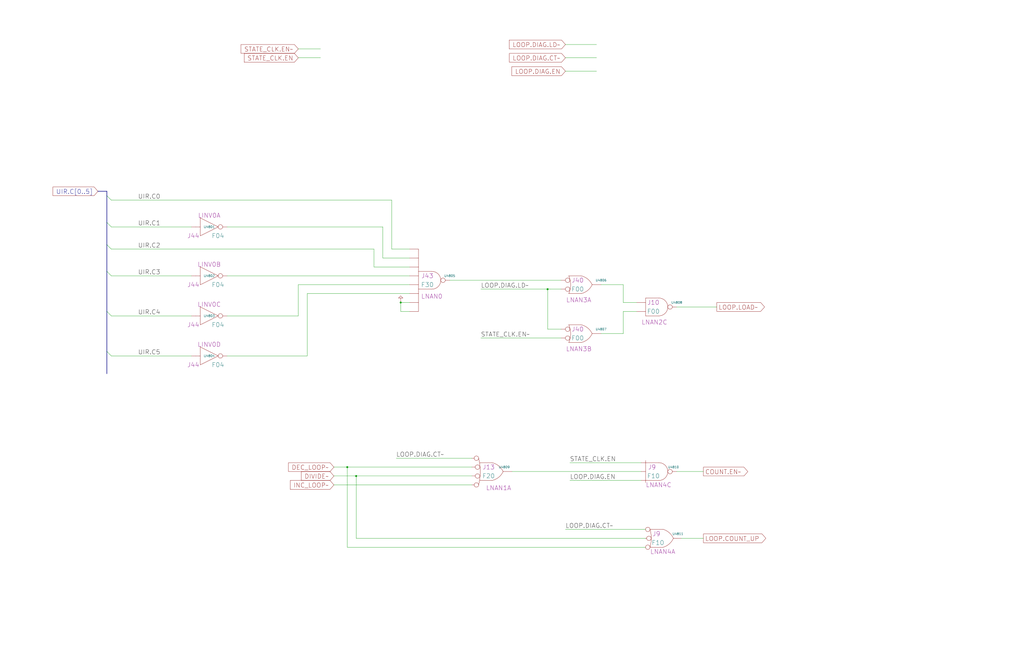
<source format=kicad_sch>
(kicad_sch (version 20250114) (generator "eeschema") (generator_version "9.0")
  (paper "User" 584.2 378.46)
  (title_block (title "ZERO DETECT & LOOP COUNTER\\nCONTROL") (date "22-MAR-90") (rev "1.0") (comment 1 "VALUE") (comment 2 "232-003063") (comment 3 "S400") (comment 4 "RELEASED"))
  (lib_symbols
    (symbol "r1000:F00" (pin_numbers (hide yes)) (pin_names (hide yes))
      (property "Reference" "U" (at 15.24 0 0))
      (property "Value" "F00" (at 1.905 -5.08 0))
      (property "Location" "___" (at 1.905 0 0))
      (property "Name" "______" (at 2.54 -12.7 0))
      (symbol "F00_0_1"
        (polyline (pts (xy -2.54 2.54) (xy -2.54 -7.62)) (stroke (width 0.1524)))
        (polyline (pts (xy -2.54 2.54) (xy 5.08 2.54)) (stroke (width 0.1524)))
        (polyline (pts (xy -2.54 -7.62) (xy 5.08 -7.62)) (stroke (width 0.1524)))
        (arc (start 5.08 2.54) (mid 10.1281 -2.54) (end 5.08 -7.62) (stroke (width 0.1524)))
        (circle (center 11.43 -2.54) (radius 1.27) (stroke (width 0.1524)))
      )
      (symbol "F00_0_2"
        (arc (start -3.175 2.54) (mid -2.134 -2.54) (end -3.175 -7.62) (stroke (width 0.1524)))
        (circle (center -3.81 0) (radius 1.27) (stroke (width 0.1524)))
        (circle (center -3.81 -5.08) (radius 1.27) (stroke (width 0.1524)))
        (polyline (pts (xy -3.175 2.54) (xy 3.81 2.54)) (stroke (width 0.1524)))
        (polyline (pts (xy -3.175 -7.62) (xy 3.81 -7.62)) (stroke (width 0.1524)))
        (arc (start 3.81 2.54) (mid 7.5828 0.7472) (end 10.16 -2.54) (stroke (width 0.1524)))
        (arc (start 10.16 -2.54) (mid 7.5855 -5.8306) (end 3.81 -7.62) (stroke (width 0.1524)))
      )
      (symbol "F00_1_1"
        (pin input line (at -7.62 0 0) (length 5.08) (name "D0") (number "1"))
        (pin input line (at -7.62 -5.08 0) (length 5.08) (name "D1") (number "2"))
        (pin output line (at 15.24 -2.54 180) (length 2.54) (name "Q") (number "3"))
      )
      (symbol "F00_1_2"
        (pin input line (at -7.62 0 0) (length 2.54) (name "D0") (number "1"))
        (pin input line (at -7.62 -5.08 0) (length 2.54) (name "D1") (number "2"))
        (pin output line (at 15.24 -2.54 180) (length 5.08) (name "Q") (number "3"))
      )
    )
    (symbol "r1000:F04" (pin_numbers (hide yes)) (pin_names (hide yes))
      (property "Reference" "U" (at 0 0 0))
      (property "Value" "F04" (at 1.27 -5.08 0))
      (property "Location" "___" (at -12.7 -5.08 0))
      (property "Name" "______" (at 0 5.08 0))
      (symbol "F04_0_1"
        (polyline (pts (xy -7.62 0) (xy -5.08 0)) (stroke (width 0.1524)))
        (polyline (pts (xy -5.08 5.08) (xy -5.08 -5.08)) (stroke (width 0.1524)))
        (polyline (pts (xy 5.08 0) (xy -5.08 5.08)) (stroke (width 0.1524)))
        (polyline (pts (xy 5.08 0) (xy -5.08 -5.08)) (stroke (width 0.1524)))
        (circle (center 6.35 0) (radius 1.27) (stroke (width 0.1524)))
      )
      (symbol "F04_1_1"
        (pin input line (at -10.16 0 0) (length 2.54) (name "D0") (number "1"))
        (pin output line (at 10.16 0 180) (length 2.54) (name "Q") (number "2"))
      )
    )
    (symbol "r1000:F10" (pin_numbers (hide yes)) (pin_names (hide yes))
      (property "Reference" "U" (at 13.335 0 0))
      (property "Value" "F10" (at 5.715 -5.08 0))
      (property "Location" "___" (at -1.27 0 0))
      (property "Name" "______" (at -2.54 -10.16 0))
      (symbol "F10_0_1"
        (polyline (pts (xy -2.54 3.81) (xy -2.54 -8.89)) (stroke (width 0.1524)))
        (polyline (pts (xy -2.54 2.54) (xy 5.08 2.54)) (stroke (width 0.1524)))
        (polyline (pts (xy -2.54 -7.62) (xy 5.08 -7.62)) (stroke (width 0.1524)))
        (arc (start 5.08 2.54) (mid 10.1281 -2.54) (end 5.08 -7.62) (stroke (width 0.1524)))
        (circle (center 11.43 -2.54) (radius 1.27) (stroke (width 0.1524)))
      )
      (symbol "F10_0_2"
        (arc (start -2.54 2.54) (mid -1.8195 -2.54) (end -2.54 -7.62) (stroke (width 0.1524)))
        (polyline (pts (xy -4.445 -2.54) (xy -5.08 -2.54)) (stroke (width 0.1524)))
        (circle (center -3.81 2.54) (radius 1.27) (stroke (width 0.1524)))
        (circle (center -3.81 -7.62) (radius 1.27) (stroke (width 0.1524)))
        (circle (center -3.175 -2.54) (radius 1.27) (stroke (width 0.1524)))
        (polyline (pts (xy -2.54 2.54) (xy 5.08 2.54)) (stroke (width 0.1524)))
        (polyline (pts (xy -2.54 -7.62) (xy 5.08 -7.62)) (stroke (width 0.1524)))
        (arc (start 5.08 2.54) (mid 8.4807 0.6111) (end 10.795 -2.54) (stroke (width 0.1524)))
        (arc (start 10.795 -2.54) (mid 8.4844 -5.6952) (end 5.08 -7.62) (stroke (width 0.1524)))
        (polyline (pts (xy 10.795 -2.54) (xy 12.7 -2.54)) (stroke (width 0.1524)))
      )
      (symbol "F10_1_1"
        (pin input line (at -5.08 2.54 0) (length 2.54) (name "D0") (number "1"))
        (pin input line (at -5.08 -2.54 0) (length 2.54) (name "D1") (number "2"))
        (pin input line (at -5.08 -7.62 0) (length 2.54) (name "D2") (number "3"))
        (pin output line (at 15.24 -2.54 180) (length 2.54) (name "Q") (number "4"))
      )
      (symbol "F10_1_2"
        (pin input line (at -5.08 2.54 0) (length 0) (name "D0") (number "1"))
        (pin input line (at -5.08 -2.54 0) (length 0) (name "D1") (number "2"))
        (pin input line (at -5.08 -7.62 0) (length 0) (name "D2") (number "3"))
        (pin output line (at 15.24 -2.54 180) (length 2.54) (name "Q") (number "4"))
      )
    )
    (symbol "r1000:F20" (pin_numbers (hide yes)) (pin_names (hide yes))
      (property "Reference" "U" (at 8.255 2.54 0))
      (property "Value" "F20" (at -0.635 -2.54 0))
      (property "Location" "___" (at -0.635 2.54 0))
      (property "Name" "______" (at 5.08 -10.795 0))
      (symbol "F20_0_1"
        (polyline (pts (xy -5.08 7.62) (xy -5.08 5.08)) (stroke (width 0.1524)))
        (polyline (pts (xy -5.08 5.08) (xy -5.08 -5.08)) (stroke (width 0.1524)))
        (polyline (pts (xy -5.08 -5.08) (xy -5.08 -7.62)) (stroke (width 0.1524)))
        (arc (start 2.54 5.08) (mid 7.5882 0) (end 2.54 -5.08) (stroke (width 0.1524)))
        (polyline (pts (xy 2.54 5.08) (xy -5.08 5.08)) (stroke (width 0.1524)))
        (polyline (pts (xy 2.54 -5.08) (xy -5.08 -5.08)) (stroke (width 0.1524)))
        (circle (center 8.89 0) (radius 1.27) (stroke (width 0.1524)))
      )
      (symbol "F20_0_2"
        (arc (start -6.35 7.62) (mid -5.3975 0) (end -6.35 -7.62) (stroke (width 0.1524)))
        (circle (center -7.62 7.62) (radius 1.27) (stroke (width 0.1524)))
        (circle (center -7.62 -7.62) (radius 1.27) (stroke (width 0.1524)))
        (circle (center -6.985 2.54) (radius 1.27) (stroke (width 0.1524)))
        (circle (center -6.985 -2.54) (radius 1.27) (stroke (width 0.1524)))
        (polyline (pts (xy -5.715 5.08) (xy 1.27 5.08)) (stroke (width 0.1524)))
        (polyline (pts (xy -5.715 -5.08) (xy 1.27 -5.08)) (stroke (width 0.1524)))
        (arc (start 7.62 0) (mid 5.0518 -3.2985) (end 1.27 -5.08) (stroke (width 0.1524)))
        (arc (start 1.27 5.08) (mid 5.0518 3.2985) (end 7.62 0) (stroke (width 0.1524)))
      )
      (symbol "F20_1_1"
        (pin input line (at -10.16 7.62 0) (length 5.08) (name "D0") (number "1"))
        (pin input line (at -10.16 2.54 0) (length 5.08) (name "D1") (number "2"))
        (pin input line (at -10.16 -2.54 0) (length 5.08) (name "D2") (number "4"))
        (pin input line (at -10.16 -7.62 0) (length 5.08) (name "D3") (number "5"))
        (pin output line (at 12.7 0 180) (length 2.54) (name "Q") (number "6"))
      )
      (symbol "F20_1_2"
        (pin input line (at -10.16 7.62 0) (length 1.27) (name "D0") (number "1"))
        (pin input line (at -10.16 2.54 0) (length 1.905) (name "D1") (number "2"))
        (pin input line (at -10.16 -2.54 0) (length 1.905) (name "D2") (number "4"))
        (pin input line (at -10.16 -7.62 0) (length 1.27) (name "D3") (number "5"))
        (pin output line (at 12.7 0 180) (length 5.08) (name "Q") (number "6"))
      )
    )
    (symbol "r1000:F30" (pin_numbers (hide yes)) (pin_names (hide yes))
      (property "Reference" "U" (at 15.24 2.54 0))
      (property "Value" "F30" (at 2.54 -2.54 0))
      (property "Location" "___" (at 2.54 2.54 0))
      (property "Name" "______" (at 5.08 -10.62 0))
      (symbol "F30_0_0"
        (polyline (pts (xy -2.54 5.08) (xy 5.08 5.08)) (stroke (width 0.1524)))
        (polyline (pts (xy -2.54 -5.08) (xy 5.08 -5.08)) (stroke (width 0.1524)))
        (arc (start 5.08 5.08) (mid 8.6721 3.5921) (end 10.16 0) (stroke (width 0.1524)))
        (arc (start 10.16 0) (mid 8.6721 -3.5921) (end 5.08 -5.08) (stroke (width 0.1524)))
        (circle (center 11.43 0) (radius 1.27) (stroke (width 0.1524)))
      )
      (symbol "F30_0_1"
        (polyline (pts (xy -2.54 17.78) (xy -2.54 17.145)) (stroke (width 0.1524)))
        (polyline (pts (xy -2.54 17.145) (xy -2.54 7.62)) (stroke (width 0.1524)))
        (polyline (pts (xy -2.54 7.62) (xy -2.54 5.08)) (stroke (width 0.1524)))
        (polyline (pts (xy -2.54 5.08) (xy -2.54 -5.08)) (stroke (width 0.1524)))
        (polyline (pts (xy -2.54 -5.08) (xy -2.54 -7.62)) (stroke (width 0.1524)))
        (polyline (pts (xy -2.54 -7.62) (xy -2.54 -17.78)) (stroke (width 0.1524)))
      )
      (symbol "F30_1_1"
        (pin input line (at -7.62 17.78 0) (length 5.08) (name "D0") (number "11"))
        (pin input line (at -7.62 12.7 0) (length 5.08) (name "D1") (number "12"))
        (pin input line (at -7.62 7.62 0) (length 5.08) (name "D2") (number "1"))
        (pin input line (at -7.62 2.54 0) (length 5.08) (name "D3") (number "2"))
        (pin input line (at -7.62 -2.54 0) (length 5.08) (name "D4") (number "3"))
        (pin input line (at -7.62 -7.62 0) (length 5.08) (name "D5") (number "4"))
        (pin input line (at -7.62 -12.7 0) (length 5.08) (name "D6") (number "5"))
        (pin input line (at -7.62 -17.78 0) (length 5.08) (name "D7") (number "6"))
        (pin output line (at 15.24 0 180) (length 2.54) (name "Q") (number "8"))
      )
    )
    (symbol "r1000:PU" (power) (pin_numbers (hide yes)) (pin_names (hide yes))
      (symbol "PU_0_1"
        (polyline (pts (xy 0 2.54) (xy -1.27 2.54) (xy 0 3.81) (xy 1.27 2.54) (xy 0 2.54)) (stroke (width 0.1524)))
      )
      (symbol "PU_1_1"
        (pin power_in line (at 0 0 90) (length 2.54) (name "PU") (number "1"))
      )
    )
  )
  (junction (at 312.42 165.1))
  (junction (at 228.6 172.72))
  (junction (at 198.12 266.7))
  (junction (at 203.2 271.78))
  (bus_entry (at 60.96 177.8) (size 2.54 2.54))
  (bus_entry (at 60.96 139.7) (size 2.54 2.54))
  (bus_entry (at 60.96 154.94) (size 2.54 2.54))
  (bus_entry (at 60.96 111.76) (size 2.54 2.54))
  (bus_entry (at 60.96 200.66) (size 2.54 2.54))
  (bus_entry (at 60.96 127) (size 2.54 2.54))
  (wire (pts (xy 170.18 27.94) (xy 182.88 27.94)))
  (wire (pts (xy 312.42 187.96) (xy 312.42 165.1)))
  (bus (pts (xy 60.96 154.94) (xy 60.96 177.8)))
  (wire (pts (xy 175.26 203.2) (xy 129.54 203.2)))
  (wire (pts (xy 190.5 271.78) (xy 203.2 271.78)))
  (wire (pts (xy 63.5 129.54) (xy 109.22 129.54)))
  (wire (pts (xy 190.5 276.86) (xy 269.24 276.86)))
  (wire (pts (xy 63.5 114.3) (xy 223.52 114.3)))
  (wire (pts (xy 170.18 180.34) (xy 170.18 162.56)))
  (wire (pts (xy 223.52 114.3) (xy 223.52 142.24)))
  (wire (pts (xy 228.6 172.72) (xy 233.68 172.72)))
  (wire (pts (xy 388.62 307.34) (xy 401.32 307.34)))
  (wire (pts (xy 386.08 269.24) (xy 401.32 269.24)))
  (wire (pts (xy 175.26 167.64) (xy 175.26 203.2)))
  (wire (pts (xy 355.6 162.56) (xy 355.6 172.72)))
  (wire (pts (xy 218.44 129.54) (xy 129.54 129.54)))
  (wire (pts (xy 320.04 187.96) (xy 312.42 187.96)))
  (bus (pts (xy 60.96 200.66) (xy 60.96 213.36)))
  (bus (pts (xy 60.96 127) (xy 60.96 139.7)))
  (wire (pts (xy 198.12 266.7) (xy 269.24 266.7)))
  (wire (pts (xy 355.6 190.5) (xy 342.9 190.5)))
  (bus (pts (xy 60.96 139.7) (xy 60.96 154.94)))
  (bus (pts (xy 60.96 109.22) (xy 60.96 111.76)))
  (wire (pts (xy 292.1 269.24) (xy 365.76 269.24)))
  (wire (pts (xy 129.54 180.34) (xy 170.18 180.34)))
  (wire (pts (xy 312.42 165.1) (xy 320.04 165.1)))
  (wire (pts (xy 368.3 307.34) (xy 203.2 307.34)))
  (wire (pts (xy 63.5 180.34) (xy 109.22 180.34)))
  (wire (pts (xy 63.5 157.48) (xy 109.22 157.48)))
  (wire (pts (xy 233.68 167.64) (xy 175.26 167.64)))
  (wire (pts (xy 322.58 302.26) (xy 368.3 302.26)))
  (wire (pts (xy 363.22 177.8) (xy 355.6 177.8)))
  (wire (pts (xy 274.32 193.04) (xy 320.04 193.04)))
  (wire (pts (xy 170.18 33.02) (xy 182.88 33.02)))
  (bus (pts (xy 60.96 111.76) (xy 60.96 127)))
  (wire (pts (xy 170.18 162.56) (xy 233.68 162.56)))
  (bus (pts (xy 55.88 109.22) (xy 60.96 109.22)))
  (wire (pts (xy 325.12 264.16) (xy 365.76 264.16)))
  (wire (pts (xy 386.08 175.26) (xy 408.94 175.26)))
  (wire (pts (xy 322.58 33.02) (xy 340.36 33.02)))
  (wire (pts (xy 355.6 172.72) (xy 363.22 172.72)))
  (bus (pts (xy 60.96 177.8) (xy 60.96 200.66)))
  (wire (pts (xy 203.2 271.78) (xy 269.24 271.78)))
  (wire (pts (xy 342.9 162.56) (xy 355.6 162.56)))
  (wire (pts (xy 218.44 147.32) (xy 218.44 129.54)))
  (wire (pts (xy 213.36 142.24) (xy 213.36 152.4)))
  (wire (pts (xy 226.06 261.62) (xy 269.24 261.62)))
  (wire (pts (xy 190.5 266.7) (xy 198.12 266.7)))
  (wire (pts (xy 129.54 157.48) (xy 233.68 157.48)))
  (wire (pts (xy 233.68 147.32) (xy 218.44 147.32)))
  (wire (pts (xy 203.2 307.34) (xy 203.2 271.78)))
  (wire (pts (xy 322.58 25.4) (xy 340.36 25.4)))
  (wire (pts (xy 198.12 312.42) (xy 198.12 266.7)))
  (wire (pts (xy 228.6 172.72) (xy 228.6 177.8)))
  (wire (pts (xy 355.6 177.8) (xy 355.6 190.5)))
  (wire (pts (xy 368.3 312.42) (xy 198.12 312.42)))
  (wire (pts (xy 322.58 40.64) (xy 340.36 40.64)))
  (wire (pts (xy 63.5 142.24) (xy 213.36 142.24)))
  (wire (pts (xy 233.68 177.8) (xy 228.6 177.8)))
  (wire (pts (xy 223.52 142.24) (xy 233.68 142.24)))
  (wire (pts (xy 274.32 165.1) (xy 312.42 165.1)))
  (wire (pts (xy 213.36 152.4) (xy 233.68 152.4)))
  (wire (pts (xy 325.12 274.32) (xy 365.76 274.32)))
  (wire (pts (xy 63.5 203.2) (xy 109.22 203.2)))
  (wire (pts (xy 256.54 160.02) (xy 320.04 160.02)))
  (label "STATE_CLK.EN~" (at 274.32 193.04 0) (effects (font (size 2.54 2.54))))
  (label "LOOP.DIAG.CT~" (at 322.58 302.26 0) (effects (font (size 2.54 2.54))))
  (label "STATE_CLK.EN" (at 325.12 264.16 0) (effects (font (size 2.54 2.54))))
  (label "LOOP.DIAG.LD~" (at 274.32 165.1 0) (effects (font (size 2.54 2.54))))
  (label "UIR.C3" (at 78.74 157.48 0) (effects (font (size 2.54 2.54))))
  (label "UIR.C4" (at 78.74 180.34 0) (effects (font (size 2.54 2.54))))
  (label "LOOP.DIAG.EN" (at 325.12 274.32 0) (effects (font (size 2.54 2.54))))
  (label "UIR.C1" (at 78.74 129.54 0) (effects (font (size 2.54 2.54))))
  (label "UIR.C2" (at 78.74 142.24 0) (effects (font (size 2.54 2.54))))
  (label "LOOP.DIAG.CT~" (at 226.06 261.62 0) (effects (font (size 2.54 2.54))))
  (label "UIR.C0" (at 78.74 114.3 0) (effects (font (size 2.54 2.54))))
  (label "UIR.C5" (at 78.74 203.2 0) (effects (font (size 2.54 2.54))))
  (global_label "UIR.C[0..5]" (shape input) (at 55.88 109.22 180) (effects (font (size 2.54 2.54))) (property "Intersheetrefs" "${INTERSHEET_REFS}" (at 30.2502 109.0613 0) (effects (font (size 1.905 1.905)) (justify right))))
  (global_label "STATE_CLK.EN" (shape input) (at 170.18 33.02 180) (effects (font (size 2.54 2.54))) (property "Intersheetrefs" "${INTERSHEET_REFS}" (at 139.3492 32.8613 0) (effects (font (size 1.905 1.905)) (justify right))))
  (global_label "INC_LOOP~" (shape input) (at 190.5 276.86 180) (effects (font (size 2.54 2.54))) (property "Intersheetrefs" "${INTERSHEET_REFS}" (at 165.5959 276.7013 0) (effects (font (size 1.905 1.905)) (justify right))))
  (global_label "LOOP.LOAD~" (shape output) (at 408.94 175.26 0) (effects (font (size 2.54 2.54))) (property "Intersheetrefs" "${INTERSHEET_REFS}" (at 436.1422 175.1013 0) (effects (font (size 1.905 1.905)) (justify left))))
  (global_label "DEC_LOOP~" (shape input) (at 190.5 266.7 180) (effects (font (size 2.54 2.54))) (property "Intersheetrefs" "${INTERSHEET_REFS}" (at 164.6283 266.5413 0) (effects (font (size 1.905 1.905)) (justify right))))
  (global_label "LOOP.DIAG.CT~" (shape input) (at 322.58 33.02 180) (effects (font (size 2.54 2.54))) (property "Intersheetrefs" "${INTERSHEET_REFS}" (at 290.6607 32.8613 0) (effects (font (size 1.905 1.905)) (justify right))))
  (global_label "STATE_CLK.EN~" (shape input) (at 170.18 27.94 180) (effects (font (size 2.54 2.54))) (property "Intersheetrefs" "${INTERSHEET_REFS}" (at 137.535 27.7813 0) (effects (font (size 1.905 1.905)) (justify right))))
  (global_label "COUNT.EN~" (shape output) (at 401.32 269.24 0) (effects (font (size 2.54 2.54))) (property "Intersheetrefs" "${INTERSHEET_REFS}" (at 426.587 269.0813 0) (effects (font (size 1.905 1.905)) (justify left))))
  (global_label "LOOP.DIAG.EN" (shape input) (at 322.58 40.64 180) (effects (font (size 2.54 2.54))) (property "Intersheetrefs" "${INTERSHEET_REFS}" (at 291.9911 40.4813 0) (effects (font (size 1.905 1.905)) (justify right))))
  (global_label "LOOP.COUNT_UP" (shape output) (at 401.32 307.34 0) (effects (font (size 2.54 2.54))) (property "Intersheetrefs" "${INTERSHEET_REFS}" (at 436.8679 307.1813 0) (effects (font (size 1.905 1.905)) (justify left))))
  (global_label "DIVIDE~" (shape input) (at 190.5 271.78 180) (effects (font (size 2.54 2.54))) (property "Intersheetrefs" "${INTERSHEET_REFS}" (at 171.8854 271.6213 0) (effects (font (size 1.905 1.905)) (justify right))))
  (global_label "LOOP.DIAG.LD~" (shape input) (at 322.58 25.4 180) (effects (font (size 2.54 2.54))) (property "Intersheetrefs" "${INTERSHEET_REFS}" (at 290.5397 25.2413 0) (effects (font (size 1.905 1.905)) (justify right))))
  (symbol (lib_id "r1000:F10") (at 373.38 304.8 0) (unit 1) (convert 2)
    (property "Reference" "U4811" (at 386.715 304.8 0))
    (property "Value" "F10" (at 379.095 309.88 0) (effects (font (size 2.54 2.54)) (justify right)))
    (property "Location" "J9" (at 372.11 304.8 0) (effects (font (size 2.54 2.54)) (justify left)))
    (property "Name" "LNAN4A" (at 370.84 314.96 0) (effects (font (size 2.54 2.54)) (justify left)))
  )
  (symbol (lib_id "r1000:F00") (at 327.66 187.96 0) (unit 1) (convert 2)
    (property "Reference" "U4807" (at 342.9 187.96 0))
    (property "Value" "F00" (at 329.565 193.04 0) (effects (font (size 2.54 2.54))))
    (property "Location" "J40" (at 329.565 187.96 0) (effects (font (size 2.54 2.54))))
    (property "Name" "LNAN3B" (at 330.2 200.66 0) (effects (font (size 2.54 2.54)) (justify bottom)))
  )
  (symbol (lib_id "r1000:F10") (at 370.84 266.7 0) (unit 1)
    (property "Reference" "U4810" (at 384.175 266.7 0))
    (property "Value" "F10" (at 376.555 271.78 0) (effects (font (size 2.54 2.54)) (justify right)))
    (property "Location" "J9" (at 369.57 266.7 0) (effects (font (size 2.54 2.54)) (justify left)))
    (property "Name" "LNAN4C" (at 368.3 276.86 0) (effects (font (size 2.54 2.54)) (justify left)))
  )
  (symbol (lib_id "r1000:F00") (at 370.84 172.72 0) (unit 1)
    (property "Reference" "U4808" (at 386.08 172.72 0))
    (property "Value" "F00" (at 372.745 177.8 0) (effects (font (size 2.54 2.54))))
    (property "Location" "J10" (at 372.745 172.72 0) (effects (font (size 2.54 2.54))))
    (property "Name" "LNAN2C" (at 373.38 185.42 0) (effects (font (size 2.54 2.54)) (justify bottom)))
  )
  (symbol (lib_id "r1000:F04") (at 119.38 180.34 0) (unit 1)
    (property "Reference" "U4803" (at 119.38 180.34 0))
    (property "Value" "F04" (at 120.65 185.42 0) (effects (font (size 2.54 2.54)) (justify left)))
    (property "Location" "J44" (at 106.68 185.42 0) (effects (font (size 2.54 2.54)) (justify left)))
    (property "Name" "LINV0C" (at 119.38 175.26 0) (effects (font (size 2.54 2.54)) (justify bottom)))
  )
  (symbol (lib_id "r1000:F30") (at 241.3 160.02 0) (unit 1)
    (property "Reference" "U4805" (at 256.54 157.48 0))
    (property "Value" "F30" (at 243.84 162.56 0) (effects (font (size 2.54 2.54))))
    (property "Location" "J43" (at 243.84 157.48 0) (effects (font (size 2.54 2.54))))
    (property "Name" "LNAN0" (at 246.38 170.64 0) (effects (font (size 2.54 2.54)) (justify bottom)))
  )
  (symbol (lib_id "r1000:F04") (at 119.38 203.2 0) (unit 1)
    (property "Reference" "U4804" (at 119.38 203.2 0))
    (property "Value" "F04" (at 120.65 208.28 0) (effects (font (size 2.54 2.54)) (justify left)))
    (property "Location" "J44" (at 106.68 208.28 0) (effects (font (size 2.54 2.54)) (justify left)))
    (property "Name" "LINV0D" (at 119.38 198.12 0) (effects (font (size 2.54 2.54)) (justify bottom)))
  )
  (symbol (lib_id "r1000:F04") (at 119.38 157.48 0) (unit 1)
    (property "Reference" "U4802" (at 119.38 157.48 0))
    (property "Value" "F04" (at 120.65 162.56 0) (effects (font (size 2.54 2.54)) (justify left)))
    (property "Location" "J44" (at 106.68 162.56 0) (effects (font (size 2.54 2.54)) (justify left)))
    (property "Name" "LINV0B" (at 119.38 152.4 0) (effects (font (size 2.54 2.54)) (justify bottom)))
  )
  (symbol (lib_id "r1000:F04") (at 119.38 129.54 0) (unit 1)
    (property "Reference" "U4801" (at 119.38 129.54 0))
    (property "Value" "F04" (at 120.65 134.62 0) (effects (font (size 2.54 2.54)) (justify left)))
    (property "Location" "J44" (at 106.68 134.62 0) (effects (font (size 2.54 2.54)) (justify left)))
    (property "Name" "LINV0A" (at 119.38 124.46 0) (effects (font (size 2.54 2.54)) (justify bottom)))
  )
  (symbol (lib_id "r1000:F00") (at 327.66 160.02 0) (unit 1) (convert 2)
    (property "Reference" "U4806" (at 342.9 160.02 0))
    (property "Value" "F00" (at 329.565 165.1 0) (effects (font (size 2.54 2.54))))
    (property "Location" "J40" (at 329.565 160.02 0) (effects (font (size 2.54 2.54))))
    (property "Name" "LNAN3A" (at 330.2 172.72 0) (effects (font (size 2.54 2.54)) (justify bottom)))
  )
  (symbol (lib_id "r1000:PU") (at 228.6 172.72 0) (unit 1)
    (property "Reference" "#PWR0110" (effects (hide yes)))
    (property "Value" "PU" (effects (hide yes)))
  )
  (symbol (lib_id "r1000:F20") (at 279.4 269.24 0) (unit 1) (convert 2)
    (property "Reference" "U4809" (at 287.655 266.7 0))
    (property "Value" "F20" (at 278.765 271.78 0) (effects (font (size 2.54 2.54))))
    (property "Location" "J13" (at 278.765 266.7 0) (effects (font (size 2.54 2.54))))
    (property "Name" "LNAN1A" (at 284.48 280.035 0) (effects (font (size 2.54 2.54)) (justify bottom)))
  )
)
</source>
